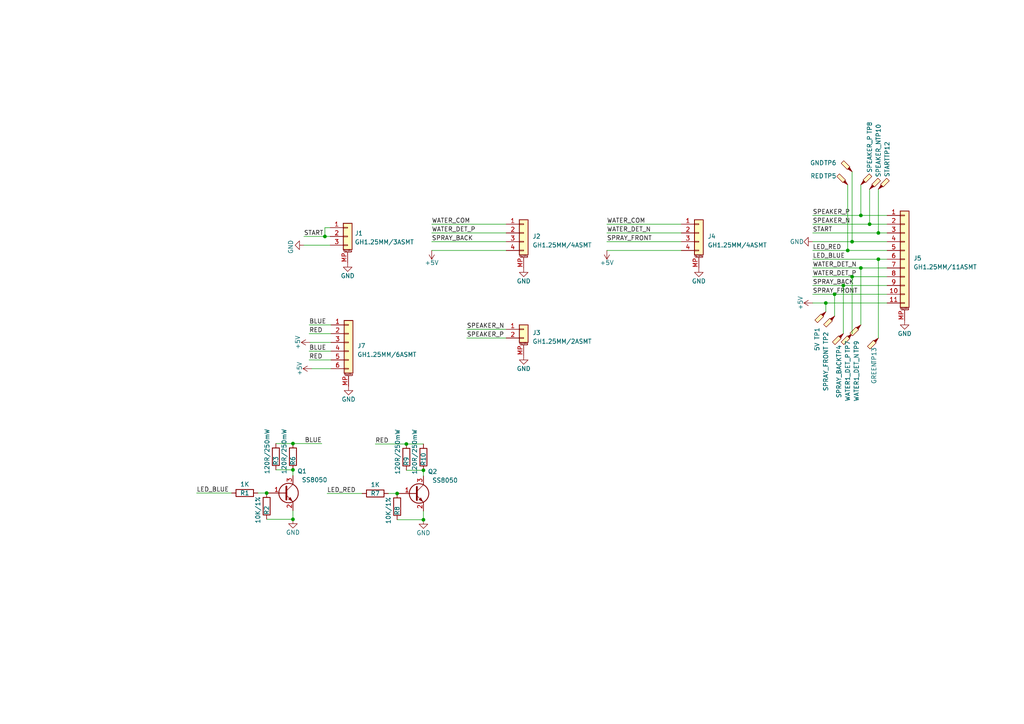
<source format=kicad_sch>
(kicad_sch (version 20231120) (generator "eeschema") (generator_version "8.0")
  (paper "A4")
  (title_block (title "EHSLS-01-Cliff") (date "2022-05-09") (rev "V0.1") (company "Timye"))
  (lib_symbols
    (symbol "Connector:TestPoint_Probe" (pin_numbers hide) (pin_names (offset 0.762) hide)
      (property "Reference" "TP" (at 1.651 5.842 0))
      (property "Value" "TestPoint_Probe" (at 1.651 4.064 0))
      (symbol "TestPoint_Probe_0_1"
        (polyline (pts (xy 1.27 0.762) (xy 0 0) (xy 0.762 1.27) (xy 1.27 0.762)) (fill (type outline)))
        (polyline (pts (xy 1.397 0.635) (xy 0.635 1.397) (xy 2.413 3.175) (xy 3.175 2.413) (xy 1.397 0.635)) (fill (type background)))
      )
      (symbol "TestPoint_Probe_1_1"
        (pin passive line (at 0 0 90) (length 0) (name "1") (number "1"))
      )
    )
    (symbol "Connector_Generic_MountingPin:Conn_01x02_MountingPin" (pin_names (offset 1.016) hide)
      (property "Reference" "J" (at 0 2.54 0))
      (property "Value" "Conn_01x02_MountingPin" (at 1.27 -5.08 0))
      (symbol "Conn_01x02_MountingPin_1_1"
        (rectangle (start -1.27 -2.413) (end 0 -2.667) (stroke (width 0.1524)))
        (rectangle (start -1.27 0.127) (end 0 -0.127) (stroke (width 0.1524)))
        (rectangle (start -1.27 1.27) (end 1.27 -3.81) (stroke (width 0.254)) (fill (type background)))
        (polyline (pts (xy -1.016 -4.572) (xy 1.016 -4.572)) (stroke (width 0.1524)))
        (text "Mounting" (at 0 -4.191 0) (effects (font (size 0.381 0.381))))
        (pin passive line (at -5.08 0 0) (length 3.81) (name "Pin_1") (number "1"))
        (pin passive line (at -5.08 -2.54 0) (length 3.81) (name "Pin_2") (number "2"))
        (pin passive line (at 0 -7.62 90) (length 3.048) (name "MountPin") (number "MP"))
      )
    )
    (symbol "Connector_Generic_MountingPin:Conn_01x03_MountingPin" (pin_names (offset 1.016) hide)
      (property "Reference" "J" (at 0 5.08 0))
      (property "Value" "Conn_01x03_MountingPin" (at 1.27 -5.08 0))
      (symbol "Conn_01x03_MountingPin_1_1"
        (rectangle (start -1.27 -2.413) (end 0 -2.667) (stroke (width 0.1524)))
        (rectangle (start -1.27 0.127) (end 0 -0.127) (stroke (width 0.1524)))
        (rectangle (start -1.27 2.667) (end 0 2.413) (stroke (width 0.1524)))
        (rectangle (start -1.27 3.81) (end 1.27 -3.81) (stroke (width 0.254)) (fill (type background)))
        (polyline (pts (xy -1.016 -4.572) (xy 1.016 -4.572)) (stroke (width 0.1524)))
        (text "Mounting" (at 0 -4.191 0) (effects (font (size 0.381 0.381))))
        (pin passive line (at -5.08 2.54 0) (length 3.81) (name "Pin_1") (number "1"))
        (pin passive line (at -5.08 0 0) (length 3.81) (name "Pin_2") (number "2"))
        (pin passive line (at -5.08 -2.54 0) (length 3.81) (name "Pin_3") (number "3"))
        (pin passive line (at 0 -7.62 90) (length 3.048) (name "MountPin") (number "MP"))
      )
    )
    (symbol "Connector_Generic_MountingPin:Conn_01x04_MountingPin" (pin_names (offset 1.016) hide)
      (property "Reference" "J" (at 0 5.08 0))
      (property "Value" "Conn_01x04_MountingPin" (at 1.27 -7.62 0))
      (symbol "Conn_01x04_MountingPin_1_1"
        (rectangle (start -1.27 -4.953) (end 0 -5.207) (stroke (width 0.1524)))
        (rectangle (start -1.27 -2.413) (end 0 -2.667) (stroke (width 0.1524)))
        (rectangle (start -1.27 0.127) (end 0 -0.127) (stroke (width 0.1524)))
        (rectangle (start -1.27 2.667) (end 0 2.413) (stroke (width 0.1524)))
        (rectangle (start -1.27 3.81) (end 1.27 -6.35) (stroke (width 0.254)) (fill (type background)))
        (polyline (pts (xy -1.016 -7.112) (xy 1.016 -7.112)) (stroke (width 0.1524)))
        (text "Mounting" (at 0 -6.731 0) (effects (font (size 0.381 0.381))))
        (pin passive line (at -5.08 2.54 0) (length 3.81) (name "Pin_1") (number "1"))
        (pin passive line (at -5.08 0 0) (length 3.81) (name "Pin_2") (number "2"))
        (pin passive line (at -5.08 -2.54 0) (length 3.81) (name "Pin_3") (number "3"))
        (pin passive line (at -5.08 -5.08 0) (length 3.81) (name "Pin_4") (number "4"))
        (pin passive line (at 0 -10.16 90) (length 3.048) (name "MountPin") (number "MP"))
      )
    )
    (symbol "Connector_Generic_MountingPin:Conn_01x06_MountingPin" (pin_names (offset 1.016) hide)
      (property "Reference" "J" (at 0 7.62 0))
      (property "Value" "Conn_01x06_MountingPin" (at 1.27 -10.16 0))
      (symbol "Conn_01x06_MountingPin_1_1"
        (rectangle (start -1.27 -7.493) (end 0 -7.747) (stroke (width 0.1524)))
        (rectangle (start -1.27 -4.953) (end 0 -5.207) (stroke (width 0.1524)))
        (rectangle (start -1.27 -2.413) (end 0 -2.667) (stroke (width 0.1524)))
        (rectangle (start -1.27 0.127) (end 0 -0.127) (stroke (width 0.1524)))
        (rectangle (start -1.27 2.667) (end 0 2.413) (stroke (width 0.1524)))
        (rectangle (start -1.27 5.207) (end 0 4.953) (stroke (width 0.1524)))
        (rectangle (start -1.27 6.35) (end 1.27 -8.89) (stroke (width 0.254)) (fill (type background)))
        (polyline (pts (xy -1.016 -9.652) (xy 1.016 -9.652)) (stroke (width 0.1524)))
        (text "Mounting" (at 0 -9.271 0) (effects (font (size 0.381 0.381))))
        (pin passive line (at -5.08 5.08 0) (length 3.81) (name "Pin_1") (number "1"))
        (pin passive line (at -5.08 2.54 0) (length 3.81) (name "Pin_2") (number "2"))
        (pin passive line (at -5.08 0 0) (length 3.81) (name "Pin_3") (number "3"))
        (pin passive line (at -5.08 -2.54 0) (length 3.81) (name "Pin_4") (number "4"))
        (pin passive line (at -5.08 -5.08 0) (length 3.81) (name "Pin_5") (number "5"))
        (pin passive line (at -5.08 -7.62 0) (length 3.81) (name "Pin_6") (number "6"))
        (pin passive line (at 0 -12.7 90) (length 3.048) (name "MountPin") (number "MP"))
      )
    )
    (symbol "Connector_Generic_MountingPin:Conn_01x11_MountingPin" (pin_names (offset 1.016) hide)
      (property "Reference" "J" (at 0 15.24 0))
      (property "Value" "Conn_01x11_MountingPin" (at 1.27 -15.24 0))
      (symbol "Conn_01x11_MountingPin_1_1"
        (rectangle (start -1.27 -12.573) (end 0 -12.827) (stroke (width 0.1524)))
        (rectangle (start -1.27 -10.033) (end 0 -10.287) (stroke (width 0.1524)))
        (rectangle (start -1.27 -7.493) (end 0 -7.747) (stroke (width 0.1524)))
        (rectangle (start -1.27 -4.953) (end 0 -5.207) (stroke (width 0.1524)))
        (rectangle (start -1.27 -2.413) (end 0 -2.667) (stroke (width 0.1524)))
        (rectangle (start -1.27 0.127) (end 0 -0.127) (stroke (width 0.1524)))
        (rectangle (start -1.27 2.667) (end 0 2.413) (stroke (width 0.1524)))
        (rectangle (start -1.27 5.207) (end 0 4.953) (stroke (width 0.1524)))
        (rectangle (start -1.27 7.747) (end 0 7.493) (stroke (width 0.1524)))
        (rectangle (start -1.27 10.287) (end 0 10.033) (stroke (width 0.1524)))
        (rectangle (start -1.27 12.827) (end 0 12.573) (stroke (width 0.1524)))
        (rectangle (start -1.27 13.97) (end 1.27 -13.97) (stroke (width 0.254)) (fill (type background)))
        (polyline (pts (xy -1.016 -14.732) (xy 1.016 -14.732)) (stroke (width 0.1524)))
        (text "Mounting" (at 0 -14.351 0) (effects (font (size 0.381 0.381))))
        (pin passive line (at -5.08 12.7 0) (length 3.81) (name "Pin_1") (number "1"))
        (pin passive line (at -5.08 -10.16 0) (length 3.81) (name "Pin_10") (number "10"))
        (pin passive line (at -5.08 -12.7 0) (length 3.81) (name "Pin_11") (number "11"))
        (pin passive line (at -5.08 10.16 0) (length 3.81) (name "Pin_2") (number "2"))
        (pin passive line (at -5.08 7.62 0) (length 3.81) (name "Pin_3") (number "3"))
        (pin passive line (at -5.08 5.08 0) (length 3.81) (name "Pin_4") (number "4"))
        (pin passive line (at -5.08 2.54 0) (length 3.81) (name "Pin_5") (number "5"))
        (pin passive line (at -5.08 0 0) (length 3.81) (name "Pin_6") (number "6"))
        (pin passive line (at -5.08 -2.54 0) (length 3.81) (name "Pin_7") (number "7"))
        (pin passive line (at -5.08 -5.08 0) (length 3.81) (name "Pin_8") (number "8"))
        (pin passive line (at -5.08 -7.62 0) (length 3.81) (name "Pin_9") (number "9"))
        (pin passive line (at 0 -17.78 90) (length 3.048) (name "MountPin") (number "MP"))
      )
    )
    (symbol "Device:Q_NPN_BEC" (pin_names (offset 0) hide)
      (property "Reference" "Q" (at 5.08 1.27 0))
      (property "Value" "Q_NPN_BEC" (at 5.08 -1.27 0))
      (symbol "Q_NPN_BEC_0_1"
        (polyline (pts (xy 0.635 0.635) (xy 2.54 2.54)))
        (polyline (pts (xy 0.635 -0.635) (xy 2.54 -2.54) (xy 2.54 -2.54)))
        (polyline (pts (xy 0.635 1.905) (xy 0.635 -1.905) (xy 0.635 -1.905)) (stroke (width 0.508)))
        (polyline (pts (xy 1.27 -1.778) (xy 1.778 -1.27) (xy 2.286 -2.286) (xy 1.27 -1.778) (xy 1.27 -1.778)) (fill (type outline)))
        (circle (center 1.27 0) (radius 2.8194) (stroke (width 0.254)))
      )
      (symbol "Q_NPN_BEC_1_1"
        (pin input line (at -5.08 0 0) (length 5.715) (name "B") (number "1"))
        (pin passive line (at 2.54 -5.08 90) (length 2.54) (name "E") (number "2"))
        (pin passive line (at 2.54 5.08 270) (length 2.54) (name "C") (number "3"))
      )
    )
    (symbol "Device:R" (pin_numbers hide) (pin_names (offset 0))
      (property "Reference" "R" (at 2.032 0 90))
      (property "Value" "R" (at 0 0 90))
      (symbol "R_0_1"
        (rectangle (start -1.016 -2.54) (end 1.016 2.54) (stroke (width 0.254)))
      )
      (symbol "R_1_1"
        (pin passive line (at 0 3.81 270) (length 1.27) (name "~") (number "1"))
        (pin passive line (at 0 -3.81 90) (length 1.27) (name "~") (number "2"))
      )
    )
    (symbol "power:+5V" (power) (pin_names (offset 0))
      (property "Value" "+5V" (at 0 3.556 0))
      (symbol "+5V_0_1"
        (polyline (pts (xy -0.762 1.27) (xy 0 2.54)))
        (polyline (pts (xy 0 0) (xy 0 2.54)))
        (polyline (pts (xy 0 2.54) (xy 0.762 1.27)))
      )
      (symbol "+5V_1_1"
        (pin power_in line (at 0 0 90) (length 0) hide (name "+5V") (number "1"))
      )
    )
    (symbol "power:GND" (power) (pin_names (offset 0))
      (property "Value" "GND" (at 0 -3.81 0))
      (symbol "GND_0_1"
        (polyline (pts (xy 0 0) (xy 0 -1.27) (xy 1.27 -1.27) (xy 0 -2.54) (xy -1.27 -1.27) (xy 0 -1.27)))
      )
      (symbol "GND_1_1"
        (pin power_in line (at 0 0 270) (length 0) hide (name "GND") (number "1"))
      )
    )
  )
  (junction (at 84.963 128.651))
  (junction (at 239.522 87.884))
  (junction (at 84.963 136.271))
  (junction (at 247.142 70.104))
  (junction (at 252.222 65.024))
  (junction (at 247.142 80.264))
  (junction (at 84.963 150.622))
  (junction (at 244.602 82.804))
  (junction (at 77.343 143.002))
  (junction (at 242.062 85.344))
  (junction (at 249.682 77.724))
  (junction (at 117.856 128.778))
  (junction (at 94.234 68.58))
  (junction (at 122.809 150.749))
  (junction (at 249.682 62.484))
  (junction (at 254.762 67.564))
  (junction (at 122.809 136.398))
  (junction (at 254.762 75.184))
  (junction (at 245.872 72.644))
  (junction (at 115.189 143.129))
  (wire (pts (xy 88.138 68.58) (xy 94.234 68.58)))
  (wire (pts (xy 239.522 90.424) (xy 239.522 87.884)))
  (wire (pts (xy 95.758 66.04) (xy 94.234 66.04)))
  (wire (pts (xy 80.01 128.651) (xy 84.963 128.651)))
  (wire (pts (xy 89.662 101.854) (xy 96.012 101.854)))
  (wire (pts (xy 94.869 143.129) (xy 105.029 143.129)))
  (wire (pts (xy 125.222 70.104) (xy 146.812 70.104)))
  (wire (pts (xy 235.712 80.264) (xy 247.142 80.264)))
  (wire (pts (xy 254.762 98.044) (xy 254.762 75.184)))
  (wire (pts (xy 235.712 75.184) (xy 254.762 75.184)))
  (wire (pts (xy 247.142 80.264) (xy 257.302 80.264)))
  (wire (pts (xy 89.662 94.234) (xy 96.012 94.234)))
  (wire (pts (xy 108.839 128.778) (xy 117.856 128.778)))
  (wire (pts (xy 89.662 96.774) (xy 96.012 96.774)))
  (wire (pts (xy 112.649 143.129) (xy 115.189 143.129)))
  (wire (pts (xy 80.01 136.271) (xy 84.963 136.271)))
  (wire (pts (xy 247.142 96.774) (xy 247.142 80.264)))
  (wire (pts (xy 197.612 65.024) (xy 176.022 65.024)))
  (wire (pts (xy 235.712 85.344) (xy 242.062 85.344)))
  (wire (pts (xy 176.022 72.644) (xy 197.612 72.644)))
  (wire (pts (xy 125.222 72.644) (xy 146.812 72.644)))
  (wire (pts (xy 242.062 91.694) (xy 242.062 85.344)))
  (wire (pts (xy 249.682 77.724) (xy 257.302 77.724)))
  (wire (pts (xy 235.712 72.644) (xy 245.872 72.644)))
  (wire (pts (xy 84.963 150.622) (xy 84.963 148.082)))
  (wire (pts (xy 135.382 98.044) (xy 146.812 98.044)))
  (wire (pts (xy 249.682 94.234) (xy 249.682 77.724)))
  (wire (pts (xy 90.424 106.934) (xy 96.012 106.934)))
  (wire (pts (xy 235.712 62.484) (xy 249.682 62.484)))
  (wire (pts (xy 88.138 71.12) (xy 95.758 71.12)))
  (wire (pts (xy 115.189 150.749) (xy 122.809 150.749)))
  (wire (pts (xy 235.712 67.564) (xy 254.762 67.564)))
  (wire (pts (xy 254.762 67.564) (xy 257.302 67.564)))
  (wire (pts (xy 245.872 53.594) (xy 245.872 72.644)))
  (wire (pts (xy 244.602 96.774) (xy 244.602 82.804)))
  (wire (pts (xy 125.222 67.564) (xy 146.812 67.564)))
  (wire (pts (xy 247.142 49.784) (xy 247.142 70.104)))
  (wire (pts (xy 84.963 128.651) (xy 93.345 128.651)))
  (wire (pts (xy 254.762 75.184) (xy 257.302 75.184)))
  (wire (pts (xy 252.222 54.864) (xy 252.222 65.024)))
  (wire (pts (xy 254.762 54.864) (xy 254.762 67.564)))
  (wire (pts (xy 245.872 72.644) (xy 257.302 72.644)))
  (wire (pts (xy 242.062 85.344) (xy 257.302 85.344)))
  (wire (pts (xy 89.662 104.394) (xy 96.012 104.394)))
  (wire (pts (xy 117.856 136.398) (xy 122.809 136.398)))
  (wire (pts (xy 239.522 87.884) (xy 257.302 87.884)))
  (wire (pts (xy 249.682 53.594) (xy 249.682 62.484)))
  (wire (pts (xy 122.809 150.749) (xy 122.809 148.209)))
  (wire (pts (xy 235.712 77.724) (xy 249.682 77.724)))
  (wire (pts (xy 176.022 70.104) (xy 197.612 70.104)))
  (wire (pts (xy 84.963 136.271) (xy 84.963 137.922)))
  (wire (pts (xy 252.222 65.024) (xy 257.302 65.024)))
  (wire (pts (xy 94.234 68.58) (xy 95.758 68.58)))
  (wire (pts (xy 57.023 143.002) (xy 67.183 143.002)))
  (wire (pts (xy 74.803 143.002) (xy 77.343 143.002)))
  (wire (pts (xy 117.856 128.778) (xy 122.809 128.778)))
  (wire (pts (xy 122.809 136.398) (xy 122.809 138.049)))
  (wire (pts (xy 247.142 70.104) (xy 257.302 70.104)))
  (wire (pts (xy 235.712 70.104) (xy 247.142 70.104)))
  (wire (pts (xy 135.382 95.504) (xy 146.812 95.504)))
  (wire (pts (xy 235.712 82.804) (xy 244.602 82.804)))
  (wire (pts (xy 244.602 82.804) (xy 257.302 82.804)))
  (wire (pts (xy 235.712 87.884) (xy 239.522 87.884)))
  (wire (pts (xy 94.234 66.04) (xy 94.234 68.58)))
  (wire (pts (xy 249.682 62.484) (xy 257.302 62.484)))
  (wire (pts (xy 89.916 99.314) (xy 96.012 99.314)))
  (wire (pts (xy 77.343 150.622) (xy 84.963 150.622)))
  (wire (pts (xy 125.222 65.024) (xy 146.812 65.024)))
  (wire (pts (xy 235.712 65.024) (xy 252.222 65.024)))
  (wire (pts (xy 176.022 67.564) (xy 197.612 67.564)))
  (label "SPRAY_FRONT" (at 235.712 85.344 0))
  (label "LED_BLUE" (at 57.023 143.002 0))
  (label "WATER_DET_N" (at 235.712 77.724 0))
  (label "SPRAY_BACK" (at 235.712 82.804 0))
  (label "WATER_DET_P" (at 125.222 67.564 0))
  (label "SPEAKER_N" (at 235.712 65.024 0))
  (label "BLUE" (at 89.662 101.854 0))
  (label "START" (at 235.712 67.564 0))
  (label "LED_RED" (at 94.869 143.129 0))
  (label "RED" (at 108.839 128.778 0))
  (label "BLUE" (at 93.345 128.651 180))
  (label "WATER_DET_P" (at 235.712 80.264 0))
  (label "SPEAKER_P" (at 235.712 62.484 0))
  (label "RED" (at 89.662 96.774 0))
  (label "SPEAKER_N" (at 135.382 95.504 0))
  (label "WATER_COM" (at 176.022 65.024 0))
  (label "START" (at 88.138 68.58 0))
  (label "LED_RED" (at 235.712 72.644 0))
  (label "RED" (at 89.662 104.394 0))
  (label "SPEAKER_P" (at 135.382 98.044 0))
  (label "BLUE" (at 89.662 94.234 0))
  (label "WATER_COM" (at 125.222 65.024 0))
  (label "SPRAY_BACK" (at 125.222 70.104 0))
  (label "SPRAY_FRONT" (at 176.022 70.104 0))
  (label "LED_BLUE" (at 235.712 75.184 0))
  (label "WATER_DET_N" (at 176.022 67.564 0))
  (symbol (lib_id "power:+5V") (at 235.712 87.884 90) (unit 1)
    (property "Reference" "#PWR05" (effects (hide yes)))
    (property "Value" "+5V" (at 232.156 87.884 0))
  )
  (symbol (lib_id "Connector_Generic_MountingPin:Conn_01x02_MountingPin") (at 151.892 95.504 0) (unit 1)
    (property "Reference" "J3" (at 154.432 96.4946 0) (effects (justify left)))
    (property "Value" "GH1.25MM/2ASMT" (at 154.432 99.0346 0) (effects (justify left)))
    (property "Footprint" "Connector_JST:JST_GH_BM02B-GHS-TBT_1x02-1MP_P1.25mm_Vertical" (effects (hide yes)))
  )
  (symbol (lib_id "power:+5V") (at 125.222 72.644 180) (unit 1)
    (property "Reference" "#PWR08" (effects (hide yes)))
    (property "Value" "+5V" (at 125.222 76.2 0))
  )
  (symbol (lib_id "power:GND") (at 151.892 103.124 0) (unit 1)
    (property "Reference" "#PWR014" (effects (hide yes)))
    (property "Value" "GND" (at 151.892 106.934 0))
  )
  (symbol (lib_id "Connector:TestPoint_Probe") (at 249.682 94.234 180) (unit 1)
    (property "Reference" "TP9" (at 248.412 100.584 90))
    (property "Value" "WATER1_DET_N" (at 248.412 109.474 90))
    (property "Footprint" "TestPoint:TestPoint_Pad_D1.0mm" (effects (hide yes)))
  )
  (symbol (lib_id "Device:R") (at 108.839 143.129 90) (unit 1)
    (property "Reference" "R7" (at 108.839 143.129 90))
    (property "Value" "1K" (at 108.839 140.589 90))
    (property "Footprint" "Resistor_SMD:R_0603_1608Metric" (effects (hide yes)))
  )
  (symbol (lib_id "power:GND") (at 100.838 76.2 0) (unit 1)
    (property "Reference" "#PWR01" (effects (hide yes)))
    (property "Value" "GND" (at 100.838 80.01 0))
  )
  (symbol (lib_id "Connector:TestPoint_Probe") (at 252.222 54.864 0) (unit 1)
    (property "Reference" "TP10" (at 254.762 38.354 90))
    (property "Value" "SPEAKER_N" (at 254.762 45.974 90))
    (property "Footprint" "TestPoint:TestPoint_Pad_D1.0mm" (effects (hide yes)))
  )
  (symbol (lib_id "Device:R") (at 117.856 132.588 0) (unit 1)
    (property "Reference" "R9" (at 117.856 135.128 90) (effects (justify left)))
    (property "Value" "120R/250mW" (at 115.316 137.668 90) (effects (justify left)))
    (property "Footprint" "Resistor_SMD:R_1206_3216Metric" (effects (hide yes)))
  )
  (symbol (lib_id "Connector:TestPoint_Probe") (at 242.062 91.694 180) (unit 1)
    (property "Reference" "TP2" (at 239.522 98.044 90))
    (property "Value" "SPRAY_FRONT" (at 239.522 106.934 90))
    (property "Footprint" "TestPoint:TestPoint_Pad_D1.0mm" (effects (hide yes)))
  )
  (symbol (lib_id "power:+5V") (at 176.022 72.644 180) (unit 1)
    (property "Reference" "#PWR09" (effects (hide yes)))
    (property "Value" "+5V" (at 176.022 76.2 0))
  )
  (symbol (lib_id "power:GND") (at 262.382 92.964 0) (unit 1)
    (property "Reference" "#PWR015" (effects (hide yes)))
    (property "Value" "GND" (at 262.382 96.774 0))
  )
  (symbol (lib_id "Device:R") (at 84.963 132.461 0) (unit 1)
    (property "Reference" "R6" (at 84.963 135.001 90) (effects (justify left)))
    (property "Value" "120R/250mW" (at 82.423 137.541 90) (effects (justify left)))
    (property "Footprint" "Resistor_SMD:R_1206_3216Metric" (effects (hide yes)))
  )
  (symbol (lib_id "Connector_Generic_MountingPin:Conn_01x04_MountingPin") (at 151.892 67.564 0) (unit 1)
    (property "Reference" "J2" (at 154.432 68.5546 0) (effects (justify left)))
    (property "Value" "GH1.25MM/4ASMT" (at 154.432 71.0946 0) (effects (justify left)))
    (property "Footprint" "Connector_JST:JST_GH_BM04B-GHS-TBT_1x04-1MP_P1.25mm_Vertical" (effects (hide yes)))
  )
  (symbol (lib_id "Device:R") (at 115.189 146.939 0) (unit 1)
    (property "Reference" "R8" (at 115.189 149.479 90) (effects (justify left)))
    (property "Value" "10K/1%" (at 112.649 152.019 90) (effects (justify left)))
    (property "Footprint" "Resistor_SMD:R_0603_1608Metric" (effects (hide yes)))
  )
  (symbol (lib_id "Connector:TestPoint_Probe") (at 239.522 90.424 180) (unit 1)
    (property "Reference" "TP1" (at 236.982 96.774 90))
    (property "Value" "5V" (at 236.982 100.584 90))
    (property "Footprint" "TestPoint:TestPoint_Pad_D1.0mm" (effects (hide yes)))
  )
  (symbol (lib_id "Connector_Generic_MountingPin:Conn_01x03_MountingPin") (at 100.838 68.58 0) (unit 1)
    (property "Reference" "J1" (at 102.87 67.6655 0) (effects (justify left)))
    (property "Value" "GH1.25MM/3ASMT" (at 102.87 70.2055 0) (effects (justify left)))
    (property "Footprint" "Connector_JST:JST_GH_BM03B-GHS-TBT_1x03-1MP_P1.25mm_Vertical" (effects (hide yes)))
    (property "Description" "Generic connectable mounting pin connector, single row, 01x03, script generated (kicad-library-utils/schlib/autogen/connector/)" (effects (hide yes)))
  )
  (symbol (lib_id "power:GND") (at 84.963 150.622 0) (unit 1)
    (property "Reference" "#PWR04" (effects (hide yes)))
    (property "Value" "GND" (at 84.963 154.432 0))
  )
  (symbol (lib_id "Connector_Generic_MountingPin:Conn_01x04_MountingPin") (at 202.692 67.564 0) (unit 1)
    (property "Reference" "J4" (at 205.232 68.5546 0) (effects (justify left)))
    (property "Value" "GH1.25MM/4ASMT" (at 205.232 71.0946 0) (effects (justify left)))
    (property "Footprint" "Connector_JST:JST_GH_BM04B-GHS-TBT_1x04-1MP_P1.25mm_Vertical" (effects (hide yes)))
  )
  (symbol (lib_id "Device:R") (at 70.993 143.002 90) (unit 1)
    (property "Reference" "R1" (at 70.993 143.002 90))
    (property "Value" "1K" (at 70.993 140.462 90))
    (property "Footprint" "Resistor_SMD:R_0603_1608Metric" (effects (hide yes)))
  )
  (symbol (lib_id "Connector_Generic_MountingPin:Conn_01x11_MountingPin") (at 262.382 75.184 0) (unit 1)
    (property "Reference" "J5" (at 264.922 74.9046 0) (effects (justify left)))
    (property "Value" "GH1.25MM/11ASMT" (at 264.922 77.4446 0) (effects (justify left)))
    (property "Footprint" "Connector_JST:JST_GH_BM11B-GHS-TBT_1x11-1MP_P1.25mm_Vertical" (effects (hide yes)))
  )
  (symbol (lib_id "Connector:TestPoint_Probe") (at 247.142 49.784 90) (unit 1)
    (property "Reference" "TP6" (at 240.792 47.244 90))
    (property "Value" "GND" (at 236.982 47.244 90))
    (property "Footprint" "TestPoint:TestPoint_Pad_D1.0mm" (effects (hide yes)))
  )
  (symbol (lib_id "Connector_Generic_MountingPin:Conn_01x06_MountingPin") (at 101.092 99.314 0) (unit 1)
    (property "Reference" "J7" (at 103.632 100.3046 0) (effects (justify left)))
    (property "Value" "GH1.25MM/6ASMT" (at 103.632 102.8446 0) (effects (justify left)))
    (property "Footprint" "Connector_JST:JST_GH_BM06B-GHS-TBT_1x06-1MP_P1.25mm_Vertical" (effects (hide yes)))
  )
  (symbol (lib_id "Connector:TestPoint_Probe") (at 245.872 53.594 90) (unit 1)
    (property "Reference" "TP5" (at 240.792 51.054 90))
    (property "Value" "RED" (at 236.982 51.054 90))
    (property "Footprint" "TestPoint:TestPoint_Pad_D1.0mm" (effects (hide yes)))
  )
  (symbol (lib_id "power:+5V") (at 89.916 99.314 90) (unit 1)
    (property "Reference" "#PWR010" (effects (hide yes)))
    (property "Value" "+5V" (at 86.36 99.314 0))
  )
  (symbol (lib_id "Device:Q_NPN_BEC") (at 82.423 143.002 0) (unit 1)
    (property "Reference" "Q1" (at 86.233 136.652 0) (effects (justify left)))
    (property "Value" "SS8050" (at 87.503 139.192 0) (effects (justify left)))
    (property "Footprint" "Package_TO_SOT_SMD:SOT-23" (effects (hide yes)))
  )
  (symbol (lib_id "power:GND") (at 151.892 77.724 0) (unit 1)
    (property "Reference" "#PWR011" (effects (hide yes)))
    (property "Value" "GND" (at 151.892 81.534 0))
  )
  (symbol (lib_id "Connector:TestPoint_Probe") (at 254.762 98.044 180) (unit 1)
    (property "Reference" "TP13" (at 253.492 103.124 90))
    (property "Value" "GREEN" (at 253.492 108.204 90))
    (property "Footprint" "TestPoint:TestPoint_Pad_D1.0mm" (effects (hide yes)))
  )
  (symbol (lib_id "Connector:TestPoint_Probe") (at 249.682 53.594 0) (unit 1)
    (property "Reference" "TP8" (at 252.222 37.084 90))
    (property "Value" "SPEAKER_P" (at 252.222 44.704 90))
    (property "Footprint" "TestPoint:TestPoint_Pad_D1.0mm" (effects (hide yes)))
  )
  (symbol (lib_id "Device:Q_NPN_BEC") (at 120.269 143.129 0) (unit 1)
    (property "Reference" "Q2" (at 124.079 136.779 0) (effects (justify left)))
    (property "Value" "SS8050" (at 125.349 139.319 0) (effects (justify left)))
    (property "Footprint" "Package_TO_SOT_SMD:SOT-23" (effects (hide yes)))
  )
  (symbol (lib_id "Connector:TestPoint_Probe") (at 247.142 96.774 180) (unit 1)
    (property "Reference" "TP7" (at 245.872 100.584 90))
    (property "Value" "WATER1_DET_P" (at 245.872 109.474 90))
    (property "Footprint" "TestPoint:TestPoint_Pad_D1.0mm" (effects (hide yes)))
  )
  (symbol (lib_id "Connector:TestPoint_Probe") (at 244.602 96.774 180) (unit 1)
    (property "Reference" "TP4" (at 243.332 101.854 90))
    (property "Value" "SPRAY_BACK" (at 243.332 109.474 90))
    (property "Footprint" "TestPoint:TestPoint_Pad_D1.0mm" (effects (hide yes)))
  )
  (symbol (lib_id "power:+5V") (at 90.424 106.934 90) (unit 1)
    (property "Reference" "#PWR07" (effects (hide yes)))
    (property "Value" "+5V" (at 86.868 106.934 0))
  )
  (symbol (lib_id "power:GND") (at 122.809 150.749 0) (unit 1)
    (property "Reference" "#PWR017" (effects (hide yes)))
    (property "Value" "GND" (at 122.809 154.559 0))
  )
  (symbol (lib_id "Device:R") (at 122.809 132.588 0) (unit 1)
    (property "Reference" "R10" (at 122.809 135.128 90) (effects (justify left)))
    (property "Value" "120R/250mW" (at 120.269 137.668 90) (effects (justify left)))
    (property "Footprint" "Resistor_SMD:R_1206_3216Metric" (effects (hide yes)))
  )
  (symbol (lib_id "Device:R") (at 80.01 132.461 0) (unit 1)
    (property "Reference" "R3" (at 80.01 135.001 90) (effects (justify left)))
    (property "Value" "120R/250mW" (at 77.47 137.541 90) (effects (justify left)))
    (property "Footprint" "Resistor_SMD:R_1206_3216Metric" (effects (hide yes)))
  )
  (symbol (lib_id "Device:R") (at 77.343 146.812 0) (unit 1)
    (property "Reference" "R2" (at 77.343 149.352 90) (effects (justify left)))
    (property "Value" "10K/1%" (at 74.803 151.892 90) (effects (justify left)))
    (property "Footprint" "Resistor_SMD:R_0603_1608Metric" (effects (hide yes)))
  )
  (symbol (lib_id "power:GND") (at 101.092 112.014 0) (unit 1)
    (property "Reference" "#PWR013" (effects (hide yes)))
    (property "Value" "GND" (at 101.092 115.824 0))
  )
  (symbol (lib_id "power:GND") (at 88.138 71.12 270) (unit 1)
    (property "Reference" "#PWR06" (effects (hide yes)))
    (property "Value" "GND" (at 84.328 73.66 0) (effects (justify right)))
  )
  (symbol (lib_id "power:GND") (at 202.692 77.724 0) (unit 1)
    (property "Reference" "#PWR012" (effects (hide yes)))
    (property "Value" "GND" (at 202.692 81.534 0))
  )
  (symbol (lib_id "Connector:TestPoint_Probe") (at 254.762 54.864 0) (unit 1)
    (property "Reference" "TP12" (at 257.302 43.434 90))
    (property "Value" "START" (at 257.302 48.514 90))
    (property "Footprint" "TestPoint:TestPoint_Pad_D1.0mm" (effects (hide yes)))
  )
  (symbol (lib_id "power:GND") (at 235.712 70.104 270) (unit 1)
    (property "Reference" "#PWR02" (effects (hide yes)))
    (property "Value" "GND" (at 233.172 70.104 90) (effects (justify right)))
  )
)
</source>
